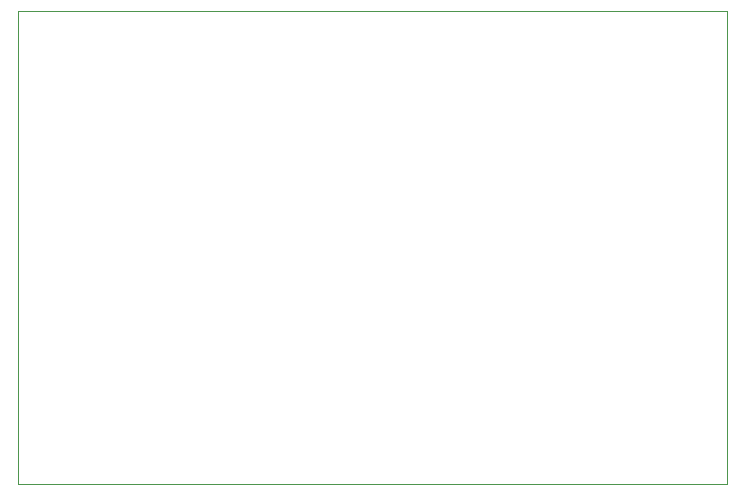
<source format=gbr>
%TF.GenerationSoftware,KiCad,Pcbnew,8.0.7*%
%TF.CreationDate,2024-12-25T08:40:24+02:00*%
%TF.ProjectId,STM32F405RGT6_BlackPill,53544d33-3246-4343-9035-524754365f42,rev?*%
%TF.SameCoordinates,Original*%
%TF.FileFunction,Profile,NP*%
%FSLAX46Y46*%
G04 Gerber Fmt 4.6, Leading zero omitted, Abs format (unit mm)*
G04 Created by KiCad (PCBNEW 8.0.7) date 2024-12-25 08:40:24*
%MOMM*%
%LPD*%
G01*
G04 APERTURE LIST*
%TA.AperFunction,Profile*%
%ADD10C,0.050000*%
%TD*%
G04 APERTURE END LIST*
D10*
X78100000Y-75000000D02*
X78100000Y-35000000D01*
X138100000Y-75000000D02*
X78100000Y-75000000D01*
X78100000Y-35000000D02*
X138100000Y-35000000D01*
X138100000Y-35000000D02*
X138100000Y-75000000D01*
M02*

</source>
